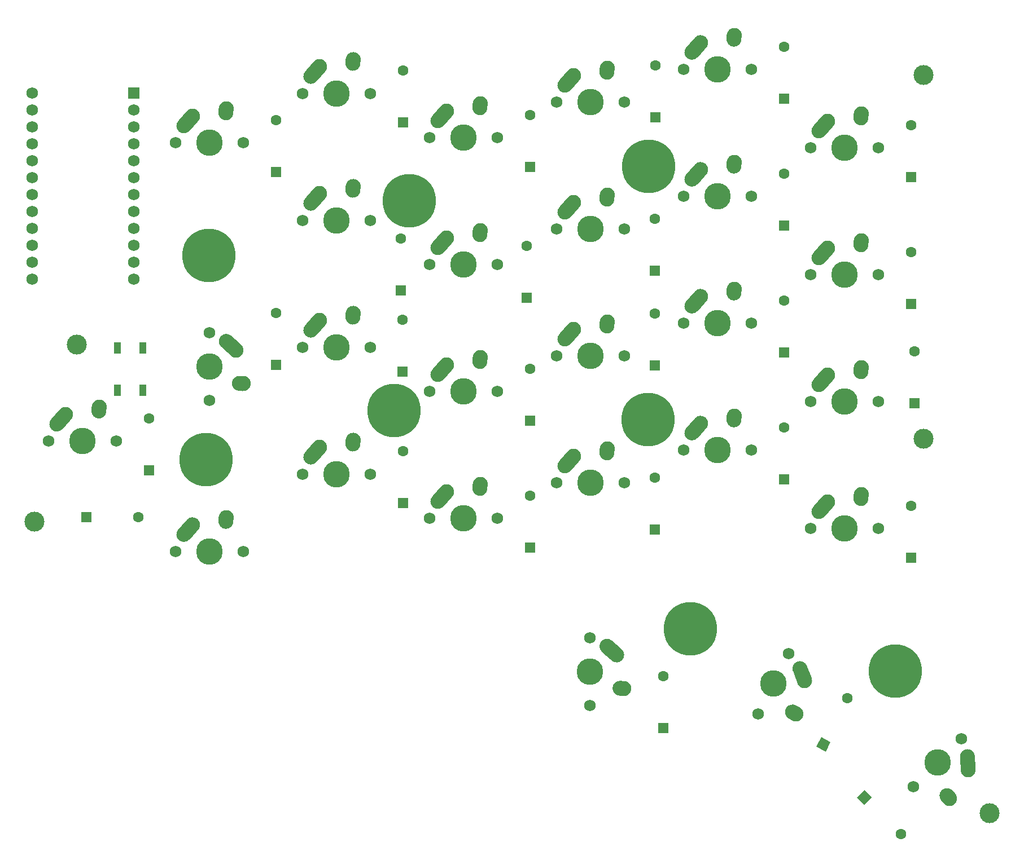
<source format=gbr>
G04 #@! TF.GenerationSoftware,KiCad,Pcbnew,(5.1.6-0-10_14)*
G04 #@! TF.CreationDate,2020-08-23T00:26:13+08:00*
G04 #@! TF.ProjectId,Geopad,47656f70-6164-42e6-9b69-6361645f7063,rev?*
G04 #@! TF.SameCoordinates,Original*
G04 #@! TF.FileFunction,Soldermask,Bot*
G04 #@! TF.FilePolarity,Negative*
%FSLAX46Y46*%
G04 Gerber Fmt 4.6, Leading zero omitted, Abs format (unit mm)*
G04 Created by KiCad (PCBNEW (5.1.6-0-10_14)) date 2020-08-23 00:26:13*
%MOMM*%
%LPD*%
G01*
G04 APERTURE LIST*
%ADD10C,2.250000*%
%ADD11C,3.987800*%
%ADD12C,1.750000*%
%ADD13C,8.000000*%
%ADD14C,3.000000*%
%ADD15R,1.600000X1.600000*%
%ADD16C,1.600000*%
%ADD17C,0.100000*%
%ADD18R,1.000000X1.700000*%
%ADD19R,1.752600X1.752600*%
%ADD20C,1.752600*%
G04 APERTURE END LIST*
D10*
X156527000Y-151182700D03*
G36*
G01*
X154229655Y-149121383D02*
X154229655Y-149121383D01*
G75*
G02*
X155818317Y-149035355I837345J-751317D01*
G01*
X157278317Y-150345357D01*
G75*
G02*
X157364345Y-151934019I-751317J-837345D01*
G01*
X157364345Y-151934019D01*
G75*
G02*
X155775683Y-152020047I-837345J751317D01*
G01*
X154315683Y-150710045D01*
G75*
G02*
X154229655Y-149121383I751317J837345D01*
G01*
G37*
G36*
G01*
X155904666Y-156105297D02*
X155904666Y-156105297D01*
G75*
G02*
X157104403Y-155060366I1122334J-77403D01*
G01*
X157684403Y-155100366D01*
G75*
G02*
X158729334Y-156300103I-77403J-1122334D01*
G01*
X158729334Y-156300103D01*
G75*
G02*
X157529597Y-157345034I-1122334J77403D01*
G01*
X156949597Y-157305034D01*
G75*
G02*
X155904666Y-156105297I77403J1122334D01*
G01*
G37*
X157607000Y-156222700D03*
D11*
X152527000Y-153682700D03*
D12*
X152527000Y-148602700D03*
X152527000Y-158762700D03*
D13*
X218313000Y-161645600D03*
X180263800Y-160235900D03*
X152019000Y-167665400D03*
X182486300Y-128778000D03*
X218389200Y-123609100D03*
X152425400Y-136956800D03*
X224675700Y-193040000D03*
X255397000Y-199402700D03*
D14*
X269544800Y-220700600D03*
X259664200Y-164465000D03*
X259638800Y-109842300D03*
X126288800Y-176974500D03*
X132638800Y-150342600D03*
D10*
X150014300Y-116065800D03*
G36*
G01*
X147952983Y-118363145D02*
X147952983Y-118363145D01*
G75*
G02*
X147866955Y-116774483I751317J837345D01*
G01*
X149176957Y-115314483D01*
G75*
G02*
X150765619Y-115228455I837345J-751317D01*
G01*
X150765619Y-115228455D01*
G75*
G02*
X150851647Y-116817117I-751317J-837345D01*
G01*
X149541645Y-118277117D01*
G75*
G02*
X147952983Y-118363145I-837345J751317D01*
G01*
G37*
G36*
G01*
X154936897Y-116688134D02*
X154936897Y-116688134D01*
G75*
G02*
X153891966Y-115488397I77403J1122334D01*
G01*
X153931966Y-114908397D01*
G75*
G02*
X155131703Y-113863466I1122334J-77403D01*
G01*
X155131703Y-113863466D01*
G75*
G02*
X156176634Y-115063203I-77403J-1122334D01*
G01*
X156136634Y-115643203D01*
G75*
G02*
X154936897Y-116688134I-1122334J77403D01*
G01*
G37*
X155054300Y-114985800D03*
D11*
X152514300Y-120065800D03*
D12*
X147434300Y-120065800D03*
X157594300Y-120065800D03*
D15*
X162539300Y-124465800D03*
D16*
X162539300Y-116665800D03*
D10*
X169064300Y-108636300D03*
G36*
G01*
X167002983Y-110933645D02*
X167002983Y-110933645D01*
G75*
G02*
X166916955Y-109344983I751317J837345D01*
G01*
X168226957Y-107884983D01*
G75*
G02*
X169815619Y-107798955I837345J-751317D01*
G01*
X169815619Y-107798955D01*
G75*
G02*
X169901647Y-109387617I-751317J-837345D01*
G01*
X168591645Y-110847617D01*
G75*
G02*
X167002983Y-110933645I-837345J751317D01*
G01*
G37*
G36*
G01*
X173986897Y-109258634D02*
X173986897Y-109258634D01*
G75*
G02*
X172941966Y-108058897I77403J1122334D01*
G01*
X172981966Y-107478897D01*
G75*
G02*
X174181703Y-106433966I1122334J-77403D01*
G01*
X174181703Y-106433966D01*
G75*
G02*
X175226634Y-107633703I-77403J-1122334D01*
G01*
X175186634Y-108213703D01*
G75*
G02*
X173986897Y-109258634I-1122334J77403D01*
G01*
G37*
X174104300Y-107556300D03*
D11*
X171564300Y-112636300D03*
D12*
X166484300Y-112636300D03*
X176644300Y-112636300D03*
D15*
X181589300Y-117036300D03*
D16*
X181589300Y-109236300D03*
D10*
X188114300Y-115303800D03*
G36*
G01*
X186052983Y-117601145D02*
X186052983Y-117601145D01*
G75*
G02*
X185966955Y-116012483I751317J837345D01*
G01*
X187276957Y-114552483D01*
G75*
G02*
X188865619Y-114466455I837345J-751317D01*
G01*
X188865619Y-114466455D01*
G75*
G02*
X188951647Y-116055117I-751317J-837345D01*
G01*
X187641645Y-117515117D01*
G75*
G02*
X186052983Y-117601145I-837345J751317D01*
G01*
G37*
G36*
G01*
X193036897Y-115926134D02*
X193036897Y-115926134D01*
G75*
G02*
X191991966Y-114726397I77403J1122334D01*
G01*
X192031966Y-114146397D01*
G75*
G02*
X193231703Y-113101466I1122334J-77403D01*
G01*
X193231703Y-113101466D01*
G75*
G02*
X194276634Y-114301203I-77403J-1122334D01*
G01*
X194236634Y-114881203D01*
G75*
G02*
X193036897Y-115926134I-1122334J77403D01*
G01*
G37*
X193154300Y-114223800D03*
D11*
X190614300Y-119303800D03*
D12*
X185534300Y-119303800D03*
X195694300Y-119303800D03*
D15*
X200639300Y-123703800D03*
D16*
X200639300Y-115903800D03*
D10*
X207164300Y-109969800D03*
G36*
G01*
X205102983Y-112267145D02*
X205102983Y-112267145D01*
G75*
G02*
X205016955Y-110678483I751317J837345D01*
G01*
X206326957Y-109218483D01*
G75*
G02*
X207915619Y-109132455I837345J-751317D01*
G01*
X207915619Y-109132455D01*
G75*
G02*
X208001647Y-110721117I-751317J-837345D01*
G01*
X206691645Y-112181117D01*
G75*
G02*
X205102983Y-112267145I-837345J751317D01*
G01*
G37*
G36*
G01*
X212086897Y-110592134D02*
X212086897Y-110592134D01*
G75*
G02*
X211041966Y-109392397I77403J1122334D01*
G01*
X211081966Y-108812397D01*
G75*
G02*
X212281703Y-107767466I1122334J-77403D01*
G01*
X212281703Y-107767466D01*
G75*
G02*
X213326634Y-108967203I-77403J-1122334D01*
G01*
X213286634Y-109547203D01*
G75*
G02*
X212086897Y-110592134I-1122334J77403D01*
G01*
G37*
X212204300Y-108889800D03*
D11*
X209664300Y-113969800D03*
D12*
X204584300Y-113969800D03*
X214744300Y-113969800D03*
D15*
X219417900Y-116218800D03*
D16*
X219417900Y-108418800D03*
D10*
X226214300Y-105016800D03*
G36*
G01*
X224152983Y-107314145D02*
X224152983Y-107314145D01*
G75*
G02*
X224066955Y-105725483I751317J837345D01*
G01*
X225376957Y-104265483D01*
G75*
G02*
X226965619Y-104179455I837345J-751317D01*
G01*
X226965619Y-104179455D01*
G75*
G02*
X227051647Y-105768117I-751317J-837345D01*
G01*
X225741645Y-107228117D01*
G75*
G02*
X224152983Y-107314145I-837345J751317D01*
G01*
G37*
G36*
G01*
X231136897Y-105639134D02*
X231136897Y-105639134D01*
G75*
G02*
X230091966Y-104439397I77403J1122334D01*
G01*
X230131966Y-103859397D01*
G75*
G02*
X231331703Y-102814466I1122334J-77403D01*
G01*
X231331703Y-102814466D01*
G75*
G02*
X232376634Y-104014203I-77403J-1122334D01*
G01*
X232336634Y-104594203D01*
G75*
G02*
X231136897Y-105639134I-1122334J77403D01*
G01*
G37*
X231254300Y-103936800D03*
D11*
X228714300Y-109016800D03*
D12*
X223634300Y-109016800D03*
X233794300Y-109016800D03*
D15*
X238739300Y-113416800D03*
D16*
X238739300Y-105616800D03*
D10*
X245264300Y-116827800D03*
G36*
G01*
X243202983Y-119125145D02*
X243202983Y-119125145D01*
G75*
G02*
X243116955Y-117536483I751317J837345D01*
G01*
X244426957Y-116076483D01*
G75*
G02*
X246015619Y-115990455I837345J-751317D01*
G01*
X246015619Y-115990455D01*
G75*
G02*
X246101647Y-117579117I-751317J-837345D01*
G01*
X244791645Y-119039117D01*
G75*
G02*
X243202983Y-119125145I-837345J751317D01*
G01*
G37*
G36*
G01*
X250186897Y-117450134D02*
X250186897Y-117450134D01*
G75*
G02*
X249141966Y-116250397I77403J1122334D01*
G01*
X249181966Y-115670397D01*
G75*
G02*
X250381703Y-114625466I1122334J-77403D01*
G01*
X250381703Y-114625466D01*
G75*
G02*
X251426634Y-115825203I-77403J-1122334D01*
G01*
X251386634Y-116405203D01*
G75*
G02*
X250186897Y-117450134I-1122334J77403D01*
G01*
G37*
X250304300Y-115747800D03*
D11*
X247764300Y-120827800D03*
D12*
X242684300Y-120827800D03*
X252844300Y-120827800D03*
D15*
X257789300Y-125227800D03*
D16*
X257789300Y-117427800D03*
D10*
X169064300Y-127686300D03*
G36*
G01*
X167002983Y-129983645D02*
X167002983Y-129983645D01*
G75*
G02*
X166916955Y-128394983I751317J837345D01*
G01*
X168226957Y-126934983D01*
G75*
G02*
X169815619Y-126848955I837345J-751317D01*
G01*
X169815619Y-126848955D01*
G75*
G02*
X169901647Y-128437617I-751317J-837345D01*
G01*
X168591645Y-129897617D01*
G75*
G02*
X167002983Y-129983645I-837345J751317D01*
G01*
G37*
G36*
G01*
X173986897Y-128308634D02*
X173986897Y-128308634D01*
G75*
G02*
X172941966Y-127108897I77403J1122334D01*
G01*
X172981966Y-126528897D01*
G75*
G02*
X174181703Y-125483966I1122334J-77403D01*
G01*
X174181703Y-125483966D01*
G75*
G02*
X175226634Y-126683703I-77403J-1122334D01*
G01*
X175186634Y-127263703D01*
G75*
G02*
X173986897Y-128308634I-1122334J77403D01*
G01*
G37*
X174104300Y-126606300D03*
D11*
X171564300Y-131686300D03*
D12*
X166484300Y-131686300D03*
X176644300Y-131686300D03*
D15*
X181267100Y-142215700D03*
D16*
X181267100Y-134415700D03*
D10*
X188114300Y-134353800D03*
G36*
G01*
X186052983Y-136651145D02*
X186052983Y-136651145D01*
G75*
G02*
X185966955Y-135062483I751317J837345D01*
G01*
X187276957Y-133602483D01*
G75*
G02*
X188865619Y-133516455I837345J-751317D01*
G01*
X188865619Y-133516455D01*
G75*
G02*
X188951647Y-135105117I-751317J-837345D01*
G01*
X187641645Y-136565117D01*
G75*
G02*
X186052983Y-136651145I-837345J751317D01*
G01*
G37*
G36*
G01*
X193036897Y-134976134D02*
X193036897Y-134976134D01*
G75*
G02*
X191991966Y-133776397I77403J1122334D01*
G01*
X192031966Y-133196397D01*
G75*
G02*
X193231703Y-132151466I1122334J-77403D01*
G01*
X193231703Y-132151466D01*
G75*
G02*
X194276634Y-133351203I-77403J-1122334D01*
G01*
X194236634Y-133931203D01*
G75*
G02*
X193036897Y-134976134I-1122334J77403D01*
G01*
G37*
X193154300Y-133273800D03*
D11*
X190614300Y-138353800D03*
D12*
X185534300Y-138353800D03*
X195694300Y-138353800D03*
D15*
X200139300Y-143320600D03*
D16*
X200139300Y-135520600D03*
D10*
X207164300Y-129019800D03*
G36*
G01*
X205102983Y-131317145D02*
X205102983Y-131317145D01*
G75*
G02*
X205016955Y-129728483I751317J837345D01*
G01*
X206326957Y-128268483D01*
G75*
G02*
X207915619Y-128182455I837345J-751317D01*
G01*
X207915619Y-128182455D01*
G75*
G02*
X208001647Y-129771117I-751317J-837345D01*
G01*
X206691645Y-131231117D01*
G75*
G02*
X205102983Y-131317145I-837345J751317D01*
G01*
G37*
G36*
G01*
X212086897Y-129642134D02*
X212086897Y-129642134D01*
G75*
G02*
X211041966Y-128442397I77403J1122334D01*
G01*
X211081966Y-127862397D01*
G75*
G02*
X212281703Y-126817466I1122334J-77403D01*
G01*
X212281703Y-126817466D01*
G75*
G02*
X213326634Y-128017203I-77403J-1122334D01*
G01*
X213286634Y-128597203D01*
G75*
G02*
X212086897Y-129642134I-1122334J77403D01*
G01*
G37*
X212204300Y-127939800D03*
D11*
X209664300Y-133019800D03*
D12*
X204584300Y-133019800D03*
X214744300Y-133019800D03*
D15*
X219341700Y-139256600D03*
D16*
X219341700Y-131456600D03*
D10*
X226214300Y-124066800D03*
G36*
G01*
X224152983Y-126364145D02*
X224152983Y-126364145D01*
G75*
G02*
X224066955Y-124775483I751317J837345D01*
G01*
X225376957Y-123315483D01*
G75*
G02*
X226965619Y-123229455I837345J-751317D01*
G01*
X226965619Y-123229455D01*
G75*
G02*
X227051647Y-124818117I-751317J-837345D01*
G01*
X225741645Y-126278117D01*
G75*
G02*
X224152983Y-126364145I-837345J751317D01*
G01*
G37*
G36*
G01*
X231136897Y-124689134D02*
X231136897Y-124689134D01*
G75*
G02*
X230091966Y-123489397I77403J1122334D01*
G01*
X230131966Y-122909397D01*
G75*
G02*
X231331703Y-121864466I1122334J-77403D01*
G01*
X231331703Y-121864466D01*
G75*
G02*
X232376634Y-123064203I-77403J-1122334D01*
G01*
X232336634Y-123644203D01*
G75*
G02*
X231136897Y-124689134I-1122334J77403D01*
G01*
G37*
X231254300Y-122986800D03*
D11*
X228714300Y-128066800D03*
D12*
X223634300Y-128066800D03*
X233794300Y-128066800D03*
D15*
X238739300Y-132466800D03*
D16*
X238739300Y-124666800D03*
D10*
X245264300Y-135877800D03*
G36*
G01*
X243202983Y-138175145D02*
X243202983Y-138175145D01*
G75*
G02*
X243116955Y-136586483I751317J837345D01*
G01*
X244426957Y-135126483D01*
G75*
G02*
X246015619Y-135040455I837345J-751317D01*
G01*
X246015619Y-135040455D01*
G75*
G02*
X246101647Y-136629117I-751317J-837345D01*
G01*
X244791645Y-138089117D01*
G75*
G02*
X243202983Y-138175145I-837345J751317D01*
G01*
G37*
G36*
G01*
X250186897Y-136500134D02*
X250186897Y-136500134D01*
G75*
G02*
X249141966Y-135300397I77403J1122334D01*
G01*
X249181966Y-134720397D01*
G75*
G02*
X250381703Y-133675466I1122334J-77403D01*
G01*
X250381703Y-133675466D01*
G75*
G02*
X251426634Y-134875203I-77403J-1122334D01*
G01*
X251386634Y-135455203D01*
G75*
G02*
X250186897Y-136500134I-1122334J77403D01*
G01*
G37*
X250304300Y-134797800D03*
D11*
X247764300Y-139877800D03*
D12*
X242684300Y-139877800D03*
X252844300Y-139877800D03*
D15*
X257789300Y-144277800D03*
D16*
X257789300Y-136477800D03*
D15*
X162539300Y-153421800D03*
D16*
X162539300Y-145621800D03*
D10*
X169064300Y-146736300D03*
G36*
G01*
X167002983Y-149033645D02*
X167002983Y-149033645D01*
G75*
G02*
X166916955Y-147444983I751317J837345D01*
G01*
X168226957Y-145984983D01*
G75*
G02*
X169815619Y-145898955I837345J-751317D01*
G01*
X169815619Y-145898955D01*
G75*
G02*
X169901647Y-147487617I-751317J-837345D01*
G01*
X168591645Y-148947617D01*
G75*
G02*
X167002983Y-149033645I-837345J751317D01*
G01*
G37*
G36*
G01*
X173986897Y-147358634D02*
X173986897Y-147358634D01*
G75*
G02*
X172941966Y-146158897I77403J1122334D01*
G01*
X172981966Y-145578897D01*
G75*
G02*
X174181703Y-144533966I1122334J-77403D01*
G01*
X174181703Y-144533966D01*
G75*
G02*
X175226634Y-145733703I-77403J-1122334D01*
G01*
X175186634Y-146313703D01*
G75*
G02*
X173986897Y-147358634I-1122334J77403D01*
G01*
G37*
X174104300Y-145656300D03*
D11*
X171564300Y-150736300D03*
D12*
X166484300Y-150736300D03*
X176644300Y-150736300D03*
D15*
X181470300Y-154446000D03*
D16*
X181470300Y-146646000D03*
D10*
X188114300Y-153403800D03*
G36*
G01*
X186052983Y-155701145D02*
X186052983Y-155701145D01*
G75*
G02*
X185966955Y-154112483I751317J837345D01*
G01*
X187276957Y-152652483D01*
G75*
G02*
X188865619Y-152566455I837345J-751317D01*
G01*
X188865619Y-152566455D01*
G75*
G02*
X188951647Y-154155117I-751317J-837345D01*
G01*
X187641645Y-155615117D01*
G75*
G02*
X186052983Y-155701145I-837345J751317D01*
G01*
G37*
G36*
G01*
X193036897Y-154026134D02*
X193036897Y-154026134D01*
G75*
G02*
X191991966Y-152826397I77403J1122334D01*
G01*
X192031966Y-152246397D01*
G75*
G02*
X193231703Y-151201466I1122334J-77403D01*
G01*
X193231703Y-151201466D01*
G75*
G02*
X194276634Y-152401203I-77403J-1122334D01*
G01*
X194236634Y-152981203D01*
G75*
G02*
X193036897Y-154026134I-1122334J77403D01*
G01*
G37*
X193154300Y-152323800D03*
D11*
X190614300Y-157403800D03*
D12*
X185534300Y-157403800D03*
X195694300Y-157403800D03*
D15*
X200639300Y-161803800D03*
D16*
X200639300Y-154003800D03*
D10*
X207164300Y-148069800D03*
G36*
G01*
X205102983Y-150367145D02*
X205102983Y-150367145D01*
G75*
G02*
X205016955Y-148778483I751317J837345D01*
G01*
X206326957Y-147318483D01*
G75*
G02*
X207915619Y-147232455I837345J-751317D01*
G01*
X207915619Y-147232455D01*
G75*
G02*
X208001647Y-148821117I-751317J-837345D01*
G01*
X206691645Y-150281117D01*
G75*
G02*
X205102983Y-150367145I-837345J751317D01*
G01*
G37*
G36*
G01*
X212086897Y-148692134D02*
X212086897Y-148692134D01*
G75*
G02*
X211041966Y-147492397I77403J1122334D01*
G01*
X211081966Y-146912397D01*
G75*
G02*
X212281703Y-145867466I1122334J-77403D01*
G01*
X212281703Y-145867466D01*
G75*
G02*
X213326634Y-147067203I-77403J-1122334D01*
G01*
X213286634Y-147647203D01*
G75*
G02*
X212086897Y-148692134I-1122334J77403D01*
G01*
G37*
X212204300Y-146989800D03*
D11*
X209664300Y-152069800D03*
D12*
X204584300Y-152069800D03*
X214744300Y-152069800D03*
D15*
X219367100Y-153480600D03*
D16*
X219367100Y-145680600D03*
D10*
X226214300Y-143116800D03*
G36*
G01*
X224152983Y-145414145D02*
X224152983Y-145414145D01*
G75*
G02*
X224066955Y-143825483I751317J837345D01*
G01*
X225376957Y-142365483D01*
G75*
G02*
X226965619Y-142279455I837345J-751317D01*
G01*
X226965619Y-142279455D01*
G75*
G02*
X227051647Y-143868117I-751317J-837345D01*
G01*
X225741645Y-145328117D01*
G75*
G02*
X224152983Y-145414145I-837345J751317D01*
G01*
G37*
G36*
G01*
X231136897Y-143739134D02*
X231136897Y-143739134D01*
G75*
G02*
X230091966Y-142539397I77403J1122334D01*
G01*
X230131966Y-141959397D01*
G75*
G02*
X231331703Y-140914466I1122334J-77403D01*
G01*
X231331703Y-140914466D01*
G75*
G02*
X232376634Y-142114203I-77403J-1122334D01*
G01*
X232336634Y-142694203D01*
G75*
G02*
X231136897Y-143739134I-1122334J77403D01*
G01*
G37*
X231254300Y-142036800D03*
D11*
X228714300Y-147116800D03*
D12*
X223634300Y-147116800D03*
X233794300Y-147116800D03*
D15*
X238739300Y-151516800D03*
D16*
X238739300Y-143716800D03*
D10*
X245264300Y-154927800D03*
G36*
G01*
X243202983Y-157225145D02*
X243202983Y-157225145D01*
G75*
G02*
X243116955Y-155636483I751317J837345D01*
G01*
X244426957Y-154176483D01*
G75*
G02*
X246015619Y-154090455I837345J-751317D01*
G01*
X246015619Y-154090455D01*
G75*
G02*
X246101647Y-155679117I-751317J-837345D01*
G01*
X244791645Y-157139117D01*
G75*
G02*
X243202983Y-157225145I-837345J751317D01*
G01*
G37*
G36*
G01*
X250186897Y-155550134D02*
X250186897Y-155550134D01*
G75*
G02*
X249141966Y-154350397I77403J1122334D01*
G01*
X249181966Y-153770397D01*
G75*
G02*
X250381703Y-152725466I1122334J-77403D01*
G01*
X250381703Y-152725466D01*
G75*
G02*
X251426634Y-153925203I-77403J-1122334D01*
G01*
X251386634Y-154505203D01*
G75*
G02*
X250186897Y-155550134I-1122334J77403D01*
G01*
G37*
X250304300Y-153847800D03*
D11*
X247764300Y-158927800D03*
D12*
X242684300Y-158927800D03*
X252844300Y-158927800D03*
D15*
X258279900Y-159132100D03*
D16*
X258279900Y-151332100D03*
D10*
X130964300Y-160833300D03*
G36*
G01*
X128902983Y-163130645D02*
X128902983Y-163130645D01*
G75*
G02*
X128816955Y-161541983I751317J837345D01*
G01*
X130126957Y-160081983D01*
G75*
G02*
X131715619Y-159995955I837345J-751317D01*
G01*
X131715619Y-159995955D01*
G75*
G02*
X131801647Y-161584617I-751317J-837345D01*
G01*
X130491645Y-163044617D01*
G75*
G02*
X128902983Y-163130645I-837345J751317D01*
G01*
G37*
G36*
G01*
X135886897Y-161455634D02*
X135886897Y-161455634D01*
G75*
G02*
X134841966Y-160255897I77403J1122334D01*
G01*
X134881966Y-159675897D01*
G75*
G02*
X136081703Y-158630966I1122334J-77403D01*
G01*
X136081703Y-158630966D01*
G75*
G02*
X137126634Y-159830703I-77403J-1122334D01*
G01*
X137086634Y-160410703D01*
G75*
G02*
X135886897Y-161455634I-1122334J77403D01*
G01*
G37*
X136004300Y-159753300D03*
D11*
X133464300Y-164833300D03*
D12*
X128384300Y-164833300D03*
X138544300Y-164833300D03*
D15*
X143489300Y-169233300D03*
D16*
X143489300Y-161433300D03*
D10*
X169064300Y-165786300D03*
G36*
G01*
X167002983Y-168083645D02*
X167002983Y-168083645D01*
G75*
G02*
X166916955Y-166494983I751317J837345D01*
G01*
X168226957Y-165034983D01*
G75*
G02*
X169815619Y-164948955I837345J-751317D01*
G01*
X169815619Y-164948955D01*
G75*
G02*
X169901647Y-166537617I-751317J-837345D01*
G01*
X168591645Y-167997617D01*
G75*
G02*
X167002983Y-168083645I-837345J751317D01*
G01*
G37*
G36*
G01*
X173986897Y-166408634D02*
X173986897Y-166408634D01*
G75*
G02*
X172941966Y-165208897I77403J1122334D01*
G01*
X172981966Y-164628897D01*
G75*
G02*
X174181703Y-163583966I1122334J-77403D01*
G01*
X174181703Y-163583966D01*
G75*
G02*
X175226634Y-164783703I-77403J-1122334D01*
G01*
X175186634Y-165363703D01*
G75*
G02*
X173986897Y-166408634I-1122334J77403D01*
G01*
G37*
X174104300Y-164706300D03*
D11*
X171564300Y-169786300D03*
D12*
X166484300Y-169786300D03*
X176644300Y-169786300D03*
D15*
X181589300Y-174186300D03*
D16*
X181589300Y-166386300D03*
D10*
X188114300Y-172453800D03*
G36*
G01*
X186052983Y-174751145D02*
X186052983Y-174751145D01*
G75*
G02*
X185966955Y-173162483I751317J837345D01*
G01*
X187276957Y-171702483D01*
G75*
G02*
X188865619Y-171616455I837345J-751317D01*
G01*
X188865619Y-171616455D01*
G75*
G02*
X188951647Y-173205117I-751317J-837345D01*
G01*
X187641645Y-174665117D01*
G75*
G02*
X186052983Y-174751145I-837345J751317D01*
G01*
G37*
G36*
G01*
X193036897Y-173076134D02*
X193036897Y-173076134D01*
G75*
G02*
X191991966Y-171876397I77403J1122334D01*
G01*
X192031966Y-171296397D01*
G75*
G02*
X193231703Y-170251466I1122334J-77403D01*
G01*
X193231703Y-170251466D01*
G75*
G02*
X194276634Y-171451203I-77403J-1122334D01*
G01*
X194236634Y-172031203D01*
G75*
G02*
X193036897Y-173076134I-1122334J77403D01*
G01*
G37*
X193154300Y-171373800D03*
D11*
X190614300Y-176453800D03*
D12*
X185534300Y-176453800D03*
X195694300Y-176453800D03*
D15*
X200639300Y-180853800D03*
D16*
X200639300Y-173053800D03*
D10*
X207164300Y-167119800D03*
G36*
G01*
X205102983Y-169417145D02*
X205102983Y-169417145D01*
G75*
G02*
X205016955Y-167828483I751317J837345D01*
G01*
X206326957Y-166368483D01*
G75*
G02*
X207915619Y-166282455I837345J-751317D01*
G01*
X207915619Y-166282455D01*
G75*
G02*
X208001647Y-167871117I-751317J-837345D01*
G01*
X206691645Y-169331117D01*
G75*
G02*
X205102983Y-169417145I-837345J751317D01*
G01*
G37*
G36*
G01*
X212086897Y-167742134D02*
X212086897Y-167742134D01*
G75*
G02*
X211041966Y-166542397I77403J1122334D01*
G01*
X211081966Y-165962397D01*
G75*
G02*
X212281703Y-164917466I1122334J-77403D01*
G01*
X212281703Y-164917466D01*
G75*
G02*
X213326634Y-166117203I-77403J-1122334D01*
G01*
X213286634Y-166697203D01*
G75*
G02*
X212086897Y-167742134I-1122334J77403D01*
G01*
G37*
X212204300Y-166039800D03*
D11*
X209664300Y-171119800D03*
D12*
X204584300Y-171119800D03*
X214744300Y-171119800D03*
D15*
X219341700Y-178105900D03*
D16*
X219341700Y-170305900D03*
D10*
X226214300Y-162166800D03*
G36*
G01*
X224152983Y-164464145D02*
X224152983Y-164464145D01*
G75*
G02*
X224066955Y-162875483I751317J837345D01*
G01*
X225376957Y-161415483D01*
G75*
G02*
X226965619Y-161329455I837345J-751317D01*
G01*
X226965619Y-161329455D01*
G75*
G02*
X227051647Y-162918117I-751317J-837345D01*
G01*
X225741645Y-164378117D01*
G75*
G02*
X224152983Y-164464145I-837345J751317D01*
G01*
G37*
G36*
G01*
X231136897Y-162789134D02*
X231136897Y-162789134D01*
G75*
G02*
X230091966Y-161589397I77403J1122334D01*
G01*
X230131966Y-161009397D01*
G75*
G02*
X231331703Y-159964466I1122334J-77403D01*
G01*
X231331703Y-159964466D01*
G75*
G02*
X232376634Y-161164203I-77403J-1122334D01*
G01*
X232336634Y-161744203D01*
G75*
G02*
X231136897Y-162789134I-1122334J77403D01*
G01*
G37*
X231254300Y-161086800D03*
D11*
X228714300Y-166166800D03*
D12*
X223634300Y-166166800D03*
X233794300Y-166166800D03*
D15*
X238739300Y-170566800D03*
D16*
X238739300Y-162766800D03*
D10*
X245264300Y-173977800D03*
G36*
G01*
X243202983Y-176275145D02*
X243202983Y-176275145D01*
G75*
G02*
X243116955Y-174686483I751317J837345D01*
G01*
X244426957Y-173226483D01*
G75*
G02*
X246015619Y-173140455I837345J-751317D01*
G01*
X246015619Y-173140455D01*
G75*
G02*
X246101647Y-174729117I-751317J-837345D01*
G01*
X244791645Y-176189117D01*
G75*
G02*
X243202983Y-176275145I-837345J751317D01*
G01*
G37*
G36*
G01*
X250186897Y-174600134D02*
X250186897Y-174600134D01*
G75*
G02*
X249141966Y-173400397I77403J1122334D01*
G01*
X249181966Y-172820397D01*
G75*
G02*
X250381703Y-171775466I1122334J-77403D01*
G01*
X250381703Y-171775466D01*
G75*
G02*
X251426634Y-172975203I-77403J-1122334D01*
G01*
X251386634Y-173555203D01*
G75*
G02*
X250186897Y-174600134I-1122334J77403D01*
G01*
G37*
X250304300Y-172897800D03*
D11*
X247764300Y-177977800D03*
D12*
X242684300Y-177977800D03*
X252844300Y-177977800D03*
D15*
X257789300Y-182377800D03*
D16*
X257789300Y-174577800D03*
D10*
X150014300Y-177406800D03*
G36*
G01*
X147952983Y-179704145D02*
X147952983Y-179704145D01*
G75*
G02*
X147866955Y-178115483I751317J837345D01*
G01*
X149176957Y-176655483D01*
G75*
G02*
X150765619Y-176569455I837345J-751317D01*
G01*
X150765619Y-176569455D01*
G75*
G02*
X150851647Y-178158117I-751317J-837345D01*
G01*
X149541645Y-179618117D01*
G75*
G02*
X147952983Y-179704145I-837345J751317D01*
G01*
G37*
G36*
G01*
X154936897Y-178029134D02*
X154936897Y-178029134D01*
G75*
G02*
X153891966Y-176829397I77403J1122334D01*
G01*
X153931966Y-176249397D01*
G75*
G02*
X155131703Y-175204466I1122334J-77403D01*
G01*
X155131703Y-175204466D01*
G75*
G02*
X156176634Y-176404203I-77403J-1122334D01*
G01*
X156136634Y-176984203D01*
G75*
G02*
X154936897Y-178029134I-1122334J77403D01*
G01*
G37*
X155054300Y-176326800D03*
D11*
X152514300Y-181406800D03*
D12*
X147434300Y-181406800D03*
X157594300Y-181406800D03*
D15*
X134098000Y-176301400D03*
D16*
X141898000Y-176301400D03*
D10*
X213626200Y-196953500D03*
G36*
G01*
X211328855Y-194892183D02*
X211328855Y-194892183D01*
G75*
G02*
X212917517Y-194806155I837345J-751317D01*
G01*
X214377517Y-196116157D01*
G75*
G02*
X214463545Y-197704819I-751317J-837345D01*
G01*
X214463545Y-197704819D01*
G75*
G02*
X212874883Y-197790847I-837345J751317D01*
G01*
X211414883Y-196480845D01*
G75*
G02*
X211328855Y-194892183I751317J837345D01*
G01*
G37*
G36*
G01*
X213003866Y-201876097D02*
X213003866Y-201876097D01*
G75*
G02*
X214203603Y-200831166I1122334J-77403D01*
G01*
X214783603Y-200871166D01*
G75*
G02*
X215828534Y-202070903I-77403J-1122334D01*
G01*
X215828534Y-202070903D01*
G75*
G02*
X214628797Y-203115834I-1122334J77403D01*
G01*
X214048797Y-203075834D01*
G75*
G02*
X213003866Y-201876097I77403J1122334D01*
G01*
G37*
X214706200Y-201993500D03*
D11*
X209626200Y-199453500D03*
D12*
X209626200Y-194373500D03*
X209626200Y-204533500D03*
D15*
X220611700Y-207912800D03*
D16*
X220611700Y-200112800D03*
D10*
X241808002Y-200832646D03*
G36*
G01*
X240696871Y-197953026D02*
X240696871Y-197953025D01*
G75*
G02*
X242151436Y-198597612I404989J-1049576D01*
G01*
X242857578Y-200427658D01*
G75*
G02*
X242212991Y-201882223I-1049576J-404989D01*
G01*
X242212991Y-201882223D01*
G75*
G02*
X240758426Y-201237636I-404989J1049576D01*
G01*
X240052284Y-199407590D01*
G75*
G02*
X240696871Y-197953025I1049576J404989D01*
G01*
G37*
G36*
G01*
X239018686Y-204936179D02*
X239018686Y-204936179D01*
G75*
G02*
X240562048Y-204549807I964867J-578495D01*
G01*
X241060672Y-204848763D01*
G75*
G02*
X241447044Y-206392125I-578495J-964867D01*
G01*
X241447044Y-206392125D01*
G75*
G02*
X239903682Y-206778497I-964867J578495D01*
G01*
X239405058Y-206479541D01*
G75*
G02*
X239018686Y-204936179I578495J964867D01*
G01*
G37*
X240482177Y-205813628D03*
D11*
X237109000Y-201244200D03*
D12*
X239415272Y-196717887D03*
X234802728Y-205770513D03*
D17*
G36*
X244984450Y-211446623D02*
G01*
X243558839Y-210720238D01*
X244285224Y-209294627D01*
X245710835Y-210021012D01*
X244984450Y-211446623D01*
G37*
D16*
X248175963Y-203420775D03*
D10*
X266343194Y-214179360D03*
G36*
G01*
X266176297Y-211097320D02*
X266176297Y-211097320D01*
G75*
G02*
X267360482Y-212159843I60831J-1123354D01*
G01*
X267466546Y-214118529D01*
G75*
G02*
X266404023Y-215302714I-1123354J-60831D01*
G01*
X266404023Y-215302714D01*
G75*
G02*
X265219838Y-214240191I-60831J1123354D01*
G01*
X265113774Y-212281505D01*
G75*
G02*
X266176297Y-211097320I1123354J60831D01*
G01*
G37*
G36*
G01*
X262422336Y-217220105D02*
X262422336Y-217220105D01*
G75*
G02*
X264009556Y-217329569I738878J-848342D01*
G01*
X264391394Y-217767975D01*
G75*
G02*
X264281930Y-219355195I-848342J-738878D01*
G01*
X264281930Y-219355195D01*
G75*
G02*
X262694710Y-219245731I-738878J848342D01*
G01*
X262312872Y-218807325D01*
G75*
G02*
X262422336Y-217220105I848342J738878D01*
G01*
G37*
X263543051Y-218506854D03*
D11*
X261747000Y-213118700D03*
D12*
X265339102Y-209526598D03*
X258154898Y-216710802D03*
D17*
G36*
X249641013Y-218349284D02*
G01*
X250772384Y-217217913D01*
X251903755Y-218349284D01*
X250772384Y-219480655D01*
X249641013Y-218349284D01*
G37*
D16*
X256287816Y-223864716D03*
D18*
X138752500Y-150875600D03*
X138752500Y-157175600D03*
X142552500Y-150875600D03*
X142552500Y-157175600D03*
D19*
X141236700Y-112585500D03*
D20*
X141236700Y-115125500D03*
X141236700Y-117665500D03*
X141236700Y-120205500D03*
X141236700Y-122745500D03*
X141236700Y-125285500D03*
X141236700Y-127825500D03*
X141236700Y-130365500D03*
X141236700Y-132905500D03*
X141236700Y-135445500D03*
X141236700Y-137985500D03*
X125996700Y-140525500D03*
X125996700Y-137985500D03*
X125996700Y-135445500D03*
X125996700Y-132905500D03*
X125996700Y-130365500D03*
X125996700Y-127825500D03*
X125996700Y-125285500D03*
X125996700Y-122745500D03*
X125996700Y-120205500D03*
X125996700Y-117665500D03*
X125996700Y-115125500D03*
X141236700Y-140525500D03*
X125996700Y-112585500D03*
M02*

</source>
